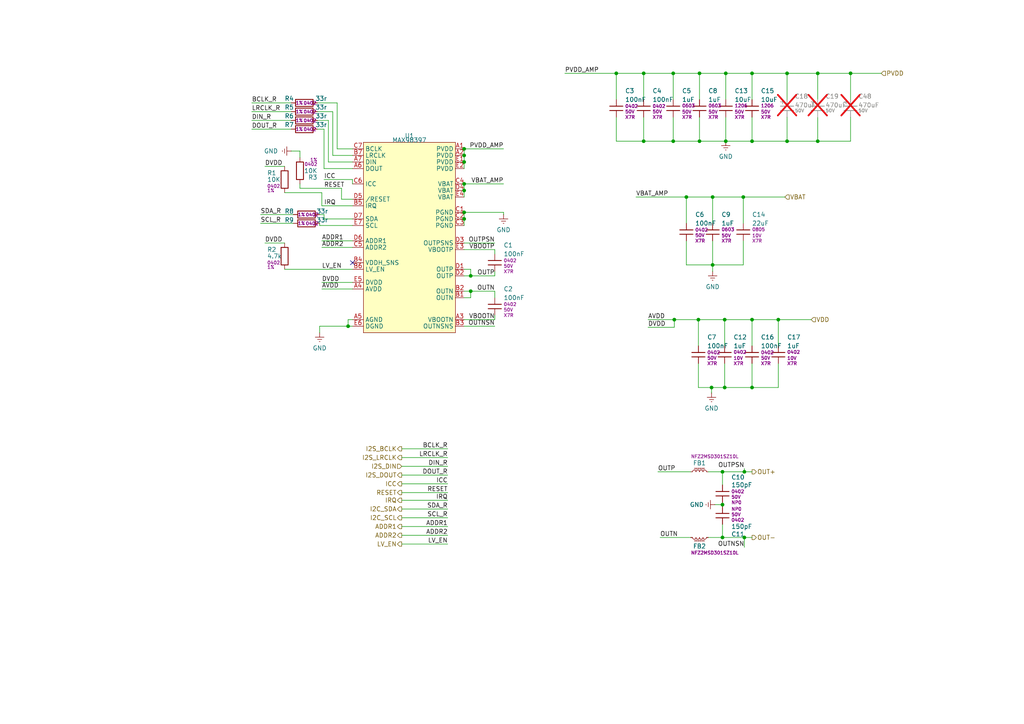
<source format=kicad_sch>
(kicad_sch (version 20231120) (generator "eeschema") (generator_version "8.0")
  (paper "A4")
  (lib_symbols
    (symbol "power:GNDREF" (power) (pin_numbers hide) (pin_names (offset 0) hide)
      (property "Value" "GNDREF" (at 0 -3.81 0))
      (symbol "GNDREF_0_1"
        (polyline (pts (xy -0.635 -1.905) (xy 0.635 -1.905)))
        (polyline (pts (xy -0.127 -2.54) (xy 0.127 -2.54)))
        (polyline (pts (xy 0 -1.27) (xy 0 0)))
        (polyline (pts (xy 1.27 -1.27) (xy -1.27 -1.27)))
      )
      (symbol "GNDREF_1_1"
        (pin power_in line (at 0 0 270) (length 0) (name "~") (number "1"))
      )
    )
    (symbol "speaker_amp_library:C_0402" (pin_numbers hide) (pin_names (offset 0.254))
      (property "Reference" "C" (at 2.54 3.175 0))
      (property "Value" "100nF" (at 2.54 1.27 0))
      (property "Footprint size" "0402" (at 2.54 -1.5875 0))
      (property "Voltage" "16V" (at 2.54 -0.3175 0))
      (property "Type" "NP0" (at 3.81 -2.8575 0))
      (symbol "C_0402_0_1"
        (polyline (pts (xy -1.905 -0.635) (xy 1.905 -0.635)) (stroke (width 0.25)))
      )
      (symbol "C_0402_1_1"
        (polyline (pts (xy -1.905 0.635) (xy 1.905 0.635)) (stroke (width 0.254)))
        (pin passive line (at 0 2.54 270) (length 1.905) (name "~") (number "1"))
        (pin passive line (at 0 -2.54 90) (length 1.905) (name "~") (number "2"))
      )
    )
    (symbol "speaker_amp_library:C_0603" (pin_numbers hide) (pin_names (offset 0.254))
      (property "Reference" "C" (at 2.54 3.175 0))
      (property "Value" "1uF" (at 2.54 1.27 0))
      (property "Footprint size" "0603" (at 2.54 -1.5875 0))
      (property "Voltage" "50V" (at 2.54 -0.3175 0))
      (property "Type" "X7R" (at 3.81 -2.8575 0))
      (symbol "C_0603_0_1"
        (polyline (pts (xy -1.905 -0.635) (xy 1.905 -0.635)) (stroke (width 0.25)))
      )
      (symbol "C_0603_1_1"
        (polyline (pts (xy -1.905 0.635) (xy 1.905 0.635)) (stroke (width 0.254)))
        (pin passive line (at 0 2.54 270) (length 1.905) (name "~") (number "1"))
        (pin passive line (at 0 -2.54 90) (length 1.905) (name "~") (number "2"))
      )
    )
    (symbol "speaker_amp_library:C_1206" (pin_numbers hide) (pin_names (offset 0.254))
      (property "Reference" "C" (at 2.54 3.175 0))
      (property "Value" "10uF" (at 2.54 1.27 0))
      (property "Footprint size" "1206" (at 2.54 -1.5875 0))
      (property "Voltage" "50V" (at 2.54 -0.3175 0))
      (property "Type" "X7R" (at 3.81 -2.8575 0))
      (symbol "C_1206_0_1"
        (polyline (pts (xy -1.905 -0.635) (xy 1.905 -0.635)) (stroke (width 0.25)))
      )
      (symbol "C_1206_1_1"
        (polyline (pts (xy -1.905 0.635) (xy 1.905 0.635)) (stroke (width 0.254)))
        (pin passive line (at 0 2.54 270) (length 1.905) (name "~") (number "1"))
        (pin passive line (at 0 -2.54 90) (length 1.905) (name "~") (number "2"))
      )
    )
    (symbol "speaker_amp_library:C_ELEC_8x10_EMZS350ARA471MHA0G" (pin_numbers hide) (pin_names (offset 0.254))
      (property "Reference" "C" (at 2.54 3.175 0))
      (property "Value" "100uF" (at 2.54 1.27 0))
      (property "Voltage" "50V" (at 2.54 -0.3175 0))
      (symbol "C_ELEC_8x10_EMZS350ARA471MHA0G_0_1"
        (polyline (pts (xy -1.905 -0.635) (xy 1.905 -0.635)) (stroke (width 0.25)))
        (polyline (pts (xy -1.905 1.905) (xy -0.635 1.905)) (stroke (width 0.2)))
        (polyline (pts (xy -1.27 1.27) (xy -1.27 2.54)) (stroke (width 0.2)))
      )
      (symbol "C_ELEC_8x10_EMZS350ARA471MHA0G_1_1"
        (polyline (pts (xy -1.905 0.635) (xy 1.905 0.635)) (stroke (width 0.254)))
        (pin passive line (at 0 2.54 270) (length 1.905) (name "~") (number "1"))
        (pin passive line (at 0 -2.54 90) (length 1.905) (name "~") (number "2"))
      )
    )
    (symbol "speaker_amp_library:FERR_NFZ2MSD301SZ10L" (pin_numbers hide) (pin_names (offset 0.254) hide)
      (property "Reference" "FB?" (at 1.524 0.508 0))
      (property "MPN" "NFZ2MSD301SZ10L" (at 7.366 -0.762 0))
      (symbol "FERR_NFZ2MSD301SZ10L_0_1"
        (arc (start 0 -1.016) (mid 0.5058 -0.508) (end 0 0))
        (polyline (pts (xy 0.8129 -1.3887) (xy 0.8129 -1.1347)))
        (polyline (pts (xy 0.8129 -0.8807) (xy 0.8129 -0.6267)))
        (polyline (pts (xy 0.8129 -0.3727) (xy 0.8129 -0.1187)))
        (polyline (pts (xy 0.8129 0.1353) (xy 0.8129 0.3893)))
        (polyline (pts (xy 0.8129 0.6433) (xy 0.8129 0.8973)))
        (polyline (pts (xy 0.8129 1.1513) (xy 0.8129 1.4053)))
        (polyline (pts (xy 1.0669 -1.1347) (xy 1.0669 -1.3887)))
        (polyline (pts (xy 1.0669 -0.6267) (xy 1.0669 -0.8807)))
        (polyline (pts (xy 1.0669 -0.1187) (xy 1.0669 -0.3727)))
        (polyline (pts (xy 1.0669 0.3893) (xy 1.0669 0.1353)))
        (polyline (pts (xy 1.0669 0.8973) (xy 1.0669 0.6433)))
        (polyline (pts (xy 1.0669 1.4053) (xy 1.0669 1.1513)))
        (arc (start 0 0) (mid 0.5058 0.508) (end 0 1.016))
        (arc (start 0 1.016) (mid 0.5058 1.524) (end 0 2.032))
        (arc (start 0.0022 -2.032) (mid 0.508 -1.524) (end 0.0022 -1.016))
      )
      (symbol "FERR_NFZ2MSD301SZ10L_1_1"
        (pin passive line (at 0 2.54 270) (length 0.508) (name "~") (number "1"))
        (pin passive line (at 0 -2.54 90) (length 0.508) (name "~") (number "2"))
      )
    )
    (symbol "speaker_amp_library:R_0402" (pin_numbers hide) (pin_names (offset 0))
      (property "Reference" "R?" (at 2.54 1.905 0))
      (property "Value" "4.7k" (at 2.54 0 0))
      (property "Footprint size" "0402" (at 2.54 -1.27 0))
      (property "Tolerance" "1%" (at 2.54 -2.54 0))
      (symbol "R_0402_0_1"
        (rectangle (start -1.016 2.54) (end 1.016 -2.54) (stroke (width 0.254)))
      )
      (symbol "R_0402_1_1"
        (pin passive line (at 0 3.81 270) (length 1.27) (name "~") (number "1"))
        (pin passive line (at 0 -3.81 90) (length 1.27) (name "~") (number "2"))
      )
    )
    (symbol "speaker_global_library:MAX98397"
      (property "Reference" "U" (at 0 0 0))
      (symbol "MAX98397_1_1"
        (rectangle (start -17.78 14.605) (end 8.89 -40.64) (fill (type background)))
        (pin power_in line (at 11.43 12.7 180) (length 2.54) (name "PVDD") (number "A1"))
        (pin power_in line (at 11.43 10.795 180) (length 2.54) (name "PVDD") (number "A2"))
        (pin power_in line (at 11.43 -36.83 180) (length 2.54) (name "VBOOTN") (number "A3"))
        (pin power_in line (at -20.955 -27.94 0) (length 3.175) (name "AVDD") (number "A4"))
        (pin input line (at -20.955 -36.83 0) (length 3.175) (name "AGND") (number "A5"))
        (pin output line (at -20.955 6.985 0) (length 3.175) (name "DOUT") (number "A6"))
        (pin input line (at -20.955 8.89 0) (length 3.175) (name "DIN") (number "A7"))
        (pin power_in line (at 11.43 -30.48 180) (length 2.54) (name "OUTN") (number "B1"))
        (pin power_in line (at 11.43 -28.575 180) (length 2.54) (name "OUTN") (number "B2"))
        (pin power_in line (at 11.43 -38.735 180) (length 2.54) (name "OUTNSNS") (number "B3"))
        (pin input line (at -20.955 -20.32 0) (length 3.175) (name "VDDH_SNS") (number "B4"))
        (pin output line (at -20.955 -3.81 0) (length 3.175) (name "IRQ") (number "B5"))
        (pin power_in line (at -20.955 -22.225 0) (length 3.175) (name "LV_EN") (number "B6"))
        (pin bidirectional line (at -20.955 10.795 0) (length 3.175) (name "LRCLK") (number "B7"))
        (pin power_in line (at 11.43 -5.715 180) (length 2.54) (name "PGND") (number "C1"))
        (pin power_in line (at 11.43 -7.62 180) (length 2.54) (name "PGND") (number "C2"))
        (pin power_in line (at 11.43 -9.525 180) (length 2.54) (name "PGND") (number "C3"))
        (pin power_in line (at 11.43 2.54 180) (length 2.54) (name "VBAT") (number "C4"))
        (pin input line (at -20.955 -15.875 0) (length 3.175) (name "ADDR2") (number "C5"))
        (pin bidirectional line (at -20.955 2.54 0) (length 3.175) (name "ICC") (number "C6"))
        (pin bidirectional line (at -20.955 12.7 0) (length 3.175) (name "BCLK") (number "C7"))
        (pin power_in line (at 11.43 -22.225 180) (length 2.54) (name "OUTP") (number "D1"))
        (pin power_in line (at 11.43 -24.13 180) (length 2.54) (name "OUTP") (number "D2"))
        (pin power_in line (at 11.43 -14.605 180) (length 2.54) (name "OUTPSNS") (number "D3"))
        (pin power_in line (at 11.43 0.635 180) (length 2.54) (name "VBAT") (number "D4"))
        (pin input line (at -20.955 -1.905 0) (length 3.175) (name "/RESET") (number "D5"))
        (pin power_in line (at -20.955 -13.97 0) (length 3.175) (name "ADDR1") (number "D6"))
        (pin power_in line (at -20.955 -7.62 0) (length 3.175) (name "SDA") (number "D7"))
        (pin power_in line (at 11.43 8.89 180) (length 2.54) (name "PVDD") (number "E1"))
        (pin power_in line (at 11.43 6.985 180) (length 2.54) (name "PVDD") (number "E2"))
        (pin power_in line (at 11.43 -16.51 180) (length 2.54) (name "VBOOTP") (number "E3"))
        (pin power_in line (at 11.43 -1.27 180) (length 2.54) (name "VBAT") (number "E4"))
        (pin power_in line (at -20.955 -26.035 0) (length 3.175) (name "DVDD") (number "E5"))
        (pin power_in line (at -20.955 -38.735 0) (length 3.175) (name "DGND") (number "E6"))
        (pin input line (at -20.955 -9.525 0) (length 3.175) (name "SCL") (number "E7"))
      )
    )
  )
  (junction (at 206.375 112.395))
  (junction (at 215.9 136.8425))
  (junction (at 237.1725 40.9575))
  (junction (at 206.6925 76.835))
  (junction (at 178.7525 21.2725))
  (junction (at 134.62 43.18))
  (junction (at 195.58 92.71))
  (junction (at 134.62 55.245))
  (junction (at 136.525 80.01))
  (junction (at 228.2825 40.9575))
  (junction (at 206.6925 57.15))
  (junction (at 210.185 92.71))
  (junction (at 218.1225 40.9575))
  (junction (at 136.525 84.455))
  (junction (at 199.0725 57.15))
  (junction (at 215.9 155.8925))
  (junction (at 225.7425 92.71))
  (junction (at 134.62 45.085))
  (junction (at 210.5025 40.9575))
  (junction (at 210.5025 21.2725))
  (junction (at 186.69 40.9575))
  (junction (at 218.1225 92.71))
  (junction (at 218.1225 112.395))
  (junction (at 210.185 112.395))
  (junction (at 134.62 63.5))
  (junction (at 195.2625 40.9575))
  (junction (at 134.62 53.34))
  (junction (at 209.55 136.8425))
  (junction (at 186.69 21.2725))
  (junction (at 246.6975 21.2725))
  (junction (at 237.1725 21.2725))
  (junction (at 209.55 155.8925))
  (junction (at 195.2625 21.2725))
  (junction (at 215.5825 57.15))
  (junction (at 134.62 46.99))
  (junction (at 202.8825 40.9575))
  (junction (at 100.965 94.615))
  (junction (at 228.2825 21.2725))
  (junction (at 209.55 146.3675))
  (junction (at 218.1225 21.2725))
  (junction (at 134.62 61.595))
  (junction (at 202.8825 21.2725))
  (junction (at 202.565 92.71))
  (no_connect (at 102.235 76.2))
  (wire (pts (xy 209.55 136.8425) (xy 215.9 136.8425)))
  (wire (pts (xy 202.8825 21.2725) (xy 202.8825 28.8925)))
  (wire (pts (xy 134.62 63.5) (xy 134.62 65.405)))
  (wire (pts (xy 225.7425 92.71) (xy 235.2675 92.71)))
  (wire (pts (xy 163.83 21.2725) (xy 178.7525 21.2725)))
  (wire (pts (xy 93.98 63.5) (xy 93.98 62.23)))
  (wire (pts (xy 116.5225 150.1775) (xy 129.8575 150.1775)))
  (wire (pts (xy 178.7525 28.8925) (xy 178.7525 21.2725)))
  (wire (pts (xy 93.98 48.895) (xy 93.98 37.465)))
  (wire (pts (xy 218.1225 33.9725) (xy 218.1225 40.9575)))
  (wire (pts (xy 100.965 92.71) (xy 100.965 94.615)))
  (wire (pts (xy 202.8825 21.2725) (xy 210.5025 21.2725)))
  (wire (pts (xy 206.6925 76.835) (xy 215.5825 76.835)))
  (wire (pts (xy 99.06 54.61) (xy 99.06 57.785)))
  (wire (pts (xy 93.345 83.82) (xy 102.235 83.82)))
  (wire (pts (xy 73.025 34.925) (xy 84.455 34.925)))
  (wire (pts (xy 143.51 78.74) (xy 143.51 80.01)))
  (wire (pts (xy 102.235 46.99) (xy 95.25 46.99)))
  (wire (pts (xy 218.1225 21.2725) (xy 218.1225 28.8925)))
  (wire (pts (xy 199.0725 76.835) (xy 206.6925 76.835)))
  (wire (pts (xy 92.71 96.52) (xy 92.71 94.615)))
  (wire (pts (xy 202.8825 40.9575) (xy 195.2625 40.9575)))
  (wire (pts (xy 84.455 43.815) (xy 86.995 43.815)))
  (wire (pts (xy 195.58 94.9325) (xy 195.58 92.71)))
  (wire (pts (xy 207.3275 146.3675) (xy 209.55 146.3675)))
  (wire (pts (xy 215.9 155.8925) (xy 215.9 158.75)))
  (wire (pts (xy 210.5025 21.2725) (xy 218.1225 21.2725)))
  (wire (pts (xy 202.565 112.395) (xy 202.565 105.41)))
  (wire (pts (xy 215.5825 57.15) (xy 227.6475 57.15)))
  (wire (pts (xy 93.98 37.465) (xy 92.075 37.465)))
  (wire (pts (xy 246.6975 21.2725) (xy 255.5875 21.2725)))
  (wire (pts (xy 199.0725 64.77) (xy 199.0725 57.15)))
  (wire (pts (xy 73.025 37.465) (xy 84.455 37.465)))
  (wire (pts (xy 209.55 140.6525) (xy 209.55 136.8425)))
  (wire (pts (xy 143.51 72.39) (xy 143.51 73.66)))
  (wire (pts (xy 191.4525 155.8925) (xy 200.3425 155.8925)))
  (wire (pts (xy 215.9 155.8925) (xy 218.1225 155.8925)))
  (wire (pts (xy 102.235 48.895) (xy 93.98 48.895)))
  (wire (pts (xy 86.995 54.61) (xy 86.995 53.34)))
  (wire (pts (xy 134.62 61.595) (xy 146.05 61.595)))
  (wire (pts (xy 136.525 86.36) (xy 136.525 84.455)))
  (wire (pts (xy 143.51 86.36) (xy 143.51 84.455)))
  (wire (pts (xy 190.8175 136.8425) (xy 200.3425 136.8425)))
  (wire (pts (xy 202.565 112.395) (xy 206.375 112.395)))
  (wire (pts (xy 195.2625 21.2725) (xy 195.2625 28.8925)))
  (wire (pts (xy 209.55 155.8925) (xy 215.9 155.8925)))
  (wire (pts (xy 143.51 84.455) (xy 136.525 84.455)))
  (wire (pts (xy 209.55 145.7325) (xy 209.55 146.3675)))
  (wire (pts (xy 76.835 48.26) (xy 82.55 48.26)))
  (wire (pts (xy 225.7425 92.71) (xy 225.7425 100.33)))
  (wire (pts (xy 143.51 91.44) (xy 143.51 92.71)))
  (wire (pts (xy 116.5225 142.875) (xy 129.8575 142.875)))
  (wire (pts (xy 102.235 52.07) (xy 93.98 52.07)))
  (wire (pts (xy 102.235 92.71) (xy 100.965 92.71)))
  (wire (pts (xy 136.525 80.01) (xy 143.51 80.01)))
  (wire (pts (xy 116.5225 157.7975) (xy 129.8575 157.7975)))
  (wire (pts (xy 134.62 45.085) (xy 134.62 46.99)))
  (wire (pts (xy 202.565 100.33) (xy 202.565 92.71)))
  (wire (pts (xy 116.5225 132.715) (xy 129.8575 132.715)))
  (wire (pts (xy 102.235 43.18) (xy 97.79 43.18)))
  (wire (pts (xy 195.2625 40.9575) (xy 186.69 40.9575)))
  (wire (pts (xy 184.4675 57.15) (xy 199.0725 57.15)))
  (wire (pts (xy 146.05 62.23) (xy 146.05 61.595)))
  (wire (pts (xy 199.0725 57.15) (xy 206.6925 57.15)))
  (wire (pts (xy 100.965 94.615) (xy 102.235 94.615)))
  (wire (pts (xy 228.2825 40.9575) (xy 237.1725 40.9575)))
  (wire (pts (xy 215.9 136.8425) (xy 218.1225 136.8425)))
  (wire (pts (xy 218.1225 112.395) (xy 210.185 112.395)))
  (wire (pts (xy 202.565 92.71) (xy 210.185 92.71)))
  (wire (pts (xy 134.62 43.18) (xy 134.62 45.085)))
  (wire (pts (xy 206.6925 57.15) (xy 206.6925 64.77)))
  (wire (pts (xy 134.62 94.615) (xy 143.51 94.615)))
  (wire (pts (xy 210.185 92.71) (xy 218.1225 92.71)))
  (wire (pts (xy 186.69 40.9575) (xy 178.7525 40.9575)))
  (wire (pts (xy 116.5225 145.0975) (xy 129.8575 145.0975)))
  (wire (pts (xy 95.25 46.99) (xy 95.25 34.925)))
  (wire (pts (xy 218.1225 40.9575) (xy 228.2825 40.9575)))
  (wire (pts (xy 228.2825 33.9725) (xy 228.2825 40.9575)))
  (wire (pts (xy 102.235 63.5) (xy 93.98 63.5)))
  (wire (pts (xy 86.995 43.815) (xy 86.995 45.72)))
  (wire (pts (xy 199.0725 76.835) (xy 199.0725 69.85)))
  (wire (pts (xy 136.525 78.105) (xy 136.525 80.01)))
  (wire (pts (xy 187.96 92.71) (xy 195.58 92.71)))
  (wire (pts (xy 195.2625 21.2725) (xy 202.8825 21.2725)))
  (wire (pts (xy 134.62 53.34) (xy 134.62 55.245)))
  (wire (pts (xy 215.5825 57.15) (xy 215.5825 64.77)))
  (wire (pts (xy 116.5225 155.2575) (xy 129.8575 155.2575)))
  (wire (pts (xy 186.69 33.9725) (xy 186.69 40.9575)))
  (wire (pts (xy 225.7425 112.395) (xy 218.1225 112.395)))
  (wire (pts (xy 93.345 59.69) (xy 93.345 55.88)))
  (wire (pts (xy 73.025 32.385) (xy 84.455 32.385)))
  (wire (pts (xy 99.06 57.785) (xy 102.235 57.785)))
  (wire (pts (xy 210.5025 40.9575) (xy 218.1225 40.9575)))
  (wire (pts (xy 134.62 55.245) (xy 134.62 57.15)))
  (wire (pts (xy 218.1225 21.2725) (xy 228.2825 21.2725)))
  (wire (pts (xy 143.51 92.71) (xy 134.62 92.71)))
  (wire (pts (xy 186.69 21.2725) (xy 195.2625 21.2725)))
  (wire (pts (xy 93.98 62.23) (xy 92.71 62.23)))
  (wire (pts (xy 210.5025 33.9725) (xy 210.5025 40.9575)))
  (wire (pts (xy 86.995 54.61) (xy 99.06 54.61)))
  (wire (pts (xy 206.6925 69.85) (xy 206.6925 76.835)))
  (wire (pts (xy 237.1725 21.2725) (xy 237.1725 28.8925)))
  (wire (pts (xy 92.71 94.615) (xy 100.965 94.615)))
  (wire (pts (xy 136.525 84.455) (xy 134.62 84.455)))
  (wire (pts (xy 186.69 21.2725) (xy 186.69 28.8925)))
  (wire (pts (xy 116.5225 147.6375) (xy 129.8575 147.6375)))
  (wire (pts (xy 210.185 92.71) (xy 210.185 100.33)))
  (wire (pts (xy 209.55 155.8925) (xy 205.4225 155.8925)))
  (wire (pts (xy 75.565 62.23) (xy 85.09 62.23)))
  (wire (pts (xy 228.2825 21.2725) (xy 228.2825 28.8925)))
  (wire (pts (xy 218.1225 92.71) (xy 218.1225 100.33)))
  (wire (pts (xy 116.5225 152.7175) (xy 129.8575 152.7175)))
  (wire (pts (xy 209.55 146.3675) (xy 209.55 147.0025)))
  (wire (pts (xy 178.7525 40.9575) (xy 178.7525 33.9725)))
  (wire (pts (xy 93.345 81.915) (xy 102.235 81.915)))
  (wire (pts (xy 215.5825 69.85) (xy 215.5825 76.835)))
  (wire (pts (xy 237.1725 33.9725) (xy 237.1725 40.9575)))
  (wire (pts (xy 178.7525 21.2725) (xy 186.69 21.2725)))
  (wire (pts (xy 187.96 94.9325) (xy 195.58 94.9325)))
  (wire (pts (xy 116.5225 135.255) (xy 129.8575 135.255)))
  (wire (pts (xy 82.55 78.105) (xy 102.235 78.105)))
  (wire (pts (xy 93.345 69.85) (xy 102.235 69.85)))
  (wire (pts (xy 134.62 43.18) (xy 146.05 43.18)))
  (wire (pts (xy 134.62 53.34) (xy 146.05 53.34)))
  (wire (pts (xy 97.79 29.845) (xy 92.075 29.845)))
  (wire (pts (xy 134.62 61.595) (xy 134.62 63.5)))
  (wire (pts (xy 246.6975 28.8925) (xy 246.6975 21.2725)))
  (wire (pts (xy 134.62 78.105) (xy 136.525 78.105)))
  (wire (pts (xy 210.5025 40.9575) (xy 202.8825 40.9575)))
  (wire (pts (xy 134.62 72.39) (xy 143.51 72.39)))
  (wire (pts (xy 73.025 29.845) (xy 84.455 29.845)))
  (wire (pts (xy 116.5225 137.795) (xy 129.8575 137.795)))
  (wire (pts (xy 97.79 43.18) (xy 97.79 29.845)))
  (wire (pts (xy 206.375 112.395) (xy 206.375 113.9825)))
  (wire (pts (xy 92.71 65.405) (xy 102.235 65.405)))
  (wire (pts (xy 210.185 105.41) (xy 210.185 112.395)))
  (wire (pts (xy 93.345 71.755) (xy 102.235 71.755)))
  (wire (pts (xy 218.1225 105.41) (xy 218.1225 112.395)))
  (wire (pts (xy 102.235 59.69) (xy 93.345 59.69)))
  (wire (pts (xy 246.6975 33.9725) (xy 246.6975 40.9575)))
  (wire (pts (xy 116.5225 130.175) (xy 129.8575 130.175)))
  (wire (pts (xy 209.55 136.8425) (xy 205.4225 136.8425)))
  (wire (pts (xy 225.7425 105.41) (xy 225.7425 112.395)))
  (wire (pts (xy 218.1225 92.71) (xy 225.7425 92.71)))
  (wire (pts (xy 102.235 45.085) (xy 96.52 45.085)))
  (wire (pts (xy 210.5025 21.2725) (xy 210.5025 28.8925)))
  (wire (pts (xy 102.235 53.34) (xy 102.235 52.07)))
  (wire (pts (xy 75.565 64.77) (xy 85.09 64.77)))
  (wire (pts (xy 206.6925 76.835) (xy 206.6925 78.74)))
  (wire (pts (xy 228.2825 21.2725) (xy 237.1725 21.2725)))
  (wire (pts (xy 195.58 92.71) (xy 202.565 92.71)))
  (wire (pts (xy 195.2625 33.9725) (xy 195.2625 40.9575)))
  (wire (pts (xy 96.52 45.085) (xy 96.52 32.385)))
  (wire (pts (xy 93.345 55.88) (xy 82.55 55.88)))
  (wire (pts (xy 134.62 86.36) (xy 136.525 86.36)))
  (wire (pts (xy 95.25 34.925) (xy 92.075 34.925)))
  (wire (pts (xy 134.62 70.485) (xy 143.51 70.485)))
  (wire (pts (xy 246.6975 40.9575) (xy 237.1725 40.9575)))
  (wire (pts (xy 215.9 135.89) (xy 215.9 136.8425)))
  (wire (pts (xy 76.835 70.485) (xy 82.55 70.485)))
  (wire (pts (xy 206.375 112.395) (xy 210.185 112.395)))
  (wire (pts (xy 202.8825 33.9725) (xy 202.8825 40.9575)))
  (wire (pts (xy 134.62 80.01) (xy 136.525 80.01)))
  (wire (pts (xy 92.71 64.77) (xy 92.71 65.405)))
  (wire (pts (xy 237.1725 21.2725) (xy 246.6975 21.2725)))
  (wire (pts (xy 134.62 46.99) (xy 134.62 48.895)))
  (wire (pts (xy 116.5225 140.335) (xy 129.8575 140.335)))
  (wire (pts (xy 96.52 32.385) (xy 92.075 32.385)))
  (wire (pts (xy 206.6925 57.15) (xy 215.5825 57.15)))
  (wire (pts (xy 209.55 152.0825) (xy 209.55 155.8925)))
  (label "OUTP" (at 190.8175 136.8425 0))
  (label "ICC" (at 129.8575 140.335 180))
  (label "ICC" (at 93.98 52.07 0))
  (label "BCLK_R" (at 73.025 29.845 0))
  (label "ADDR1" (at 93.345 69.85 0))
  (label "VBOOTP" (at 143.51 72.4293 180))
  (label "VBOOTN" (at 143.51 92.71 180))
  (label "SCL_R" (at 129.8575 150.1775 180))
  (label "AVDD" (at 187.96 92.71 0))
  (label "LV_EN" (at 93.345 78.105 0))
  (label "OUTP" (at 143.51 80.01 180))
  (label "OUTPSN" (at 215.9 135.89 180))
  (label "DVDD" (at 93.345 81.915 0))
  (label "LV_EN" (at 129.8575 157.7975 180))
  (label "PVDD_AMP" (at 146.05 43.18 180))
  (label "ADDR1" (at 129.8575 152.7175 180))
  (label "SDA_R" (at 75.565 62.23 0))
  (label "DVDD" (at 76.835 48.26 0))
  (label "OUTPSN" (at 143.51 70.485 180))
  (label "DIN_R" (at 129.8575 135.255 180))
  (label "SDA_R" (at 129.8575 147.6375 180))
  (label "RESET" (at 93.98 54.61 0))
  (label "OUTNSN" (at 215.9 158.75 180))
  (label "ADDR2" (at 129.8575 155.2575 180))
  (label "DOUT_R" (at 129.8575 137.795 180))
  (label "LRCLK_R" (at 73.025 32.385 0))
  (label "IRQ" (at 129.8575 145.0975 180))
  (label "OUTN" (at 191.4525 155.8925 0))
  (label "RESET" (at 129.8575 142.875 180))
  (label "ADDR2" (at 93.345 71.755 0))
  (label "DIN_R" (at 73.025 34.925 0))
  (label "IRQ" (at 93.98 59.69 0))
  (label "PVDD_AMP" (at 163.83 21.2725 0))
  (label "VBAT_AMP" (at 146.05 53.34 180))
  (label "DVDD" (at 76.835 70.485 0))
  (label "AVDD" (at 93.345 83.82 0))
  (label "DVDD" (at 187.96 94.9325 0))
  (label "OUTNSN" (at 143.51 94.615 180))
  (label "DOUT_R" (at 73.025 37.465 0))
  (label "OUTN" (at 143.51 84.455 180))
  (label "BCLK_R" (at 129.8575 130.175 180))
  (label "LRCLK_R" (at 129.8575 132.715 180))
  (label "SCL_R" (at 75.565 64.77 0))
  (label "VBAT_AMP" (at 184.4675 57.15 0))
  (hierarchical_label "ICC" (shape output) (at 116.5225 140.335 180))
  (hierarchical_label "LV_EN" (shape output) (at 116.5225 157.7975 180))
  (hierarchical_label "IRQ" (shape output) (at 116.5225 145.0975 180))
  (hierarchical_label "OUT+" (shape output) (at 218.1225 136.8425 0))
  (hierarchical_label "ADDR2" (shape output) (at 116.5225 155.2575 180))
  (hierarchical_label "I2C_SDA" (shape output) (at 116.5225 147.6375 180))
  (hierarchical_label "I2S_BCLK" (shape output) (at 116.5225 130.175 180))
  (hierarchical_label "I2C_SCL" (shape output) (at 116.5225 150.1775 180))
  (hierarchical_label "VBAT" (shape input) (at 227.6475 57.15 0))
  (hierarchical_label "ADDR1" (shape output) (at 116.5225 152.7175 180))
  (hierarchical_label "I2S_DOUT" (shape output) (at 116.5225 137.795 180))
  (hierarchical_label "I2S_DIN" (shape input) (at 116.5225 135.255 180))
  (hierarchical_label "VDD" (shape input) (at 235.2675 92.71 0))
  (hierarchical_label "RESET" (shape output) (at 116.5225 142.875 180))
  (hierarchical_label "PVDD" (shape input) (at 255.5875 21.2725 0))
  (hierarchical_label "I2S_LRCLK" (shape output) (at 116.5225 132.715 180))
  (hierarchical_label "OUT-" (shape output) (at 218.1225 155.8925 0))
  (symbol (lib_id "power:GNDREF") (at 92.71 96.52 0) (unit 1)
    (property "Reference" "#PWR02" (effects (hide yes)))
    (property "Value" "GND" (at 92.71 100.965 0))
    (property "Description" "Power symbol creates a global label with name \"GNDREF\" , reference supply ground" (effects (hide yes)))
    (instances (project "speaker_amp" (path "" (reference "#PWR02") (unit 1)) (path "" (reference "#PWR015") (unit 1))))
  )
  (symbol (lib_id "power:GNDREF") (at 84.455 43.815 270) (unit 1)
    (property "Reference" "#PWR01" (effects (hide yes)))
    (property "Value" "GND" (at 80.645 43.815 90) (effects (justify right)))
    (property "Description" "Power symbol creates a global label with name \"GNDREF\" , reference supply ground" (effects (hide yes)))
    (instances (project "speaker_amp" (path "" (reference "#PWR01") (unit 1)) (path "" (reference "#PWR014") (unit 1))))
  )
  (symbol (lib_id "speaker_amp_library:C_ELEC_8x10_EMZS350ARA471MHA0G") (at 237.1725 31.4325 0) (unit 1) (dnp yes)
    (property "Reference" "C19" (at 239.395 27.94 0) (effects (justify left)))
    (property "Value" "470uF" (at 239.395 30.4925 0) (effects (justify left)))
    (property "Footprint" "speaker_amp_library:C_ELEC_8x10" (effects (hide yes)))
    (property "Footprint size" "-" (effects (hide yes)))
    (property "Voltage" "50V" (at 239.395 32.0675 0) (effects (font (size 0.9525 0.9525)) (justify left)))
    (property "Type" "ELEC" (effects (hide yes)))
    (property "Tolerance" "10%" (effects (hide yes)))
    (property "Manufacturer" "Chemi-Con" (effects (hide yes)))
    (property "MPN" "EMZS350ARA471MHA0G" (effects (hide yes)))
    (instances (project "speaker_amp" (path "" (reference "C19") (unit 1)) (path "" (reference "C47") (unit 1))))
  )
  (symbol (lib_id "speaker_amp_library:C_0402") (at 209.55 143.1925 0) (unit 1)
    (property "Reference" "C10" (at 212.09 138.43 0) (effects (justify left)))
    (property "Value" "150pF" (at 212.09 140.6525 0) (effects (justify left)))
    (property "Footprint" "speaker_global_library:C_0402_1005Metric" (effects (hide yes)))
    (property "Description" "CAP" (effects (hide yes)))
    (property "Footprint size" "0402" (at 212.09 142.5564 0) (effects (font (size 0.9525 0.9525)) (justify left)))
    (property "Voltage" "50V" (at 212.09 144.1439 0) (effects (font (size 0.9525 0.9525)) (justify left)))
    (property "Type" "NP0" (at 212.09 145.7314 0) (effects (font (size 0.9525 0.9525)) (justify left)))
    (property "Tolerance" "10%" (effects (hide yes)))
    (property "Manufacturer" "TAIYO YUDEN" (effects (hide yes)))
    (property "MPN" "UMK105CG151JVHF" (effects (hide yes)))
    (instances (project "speaker_amp" (path "" (reference "C10") (unit 1)) (path "" (reference "C38") (unit 1))))
  )
  (symbol (lib_id "speaker_amp_library:C_0603") (at 210.185 102.87 0) (unit 1)
    (property "Reference" "C12" (at 212.725 97.79 0) (effects (justify left)))
    (property "Value" "1uF" (at 212.725 100.33 0) (effects (justify left)))
    (property "Footprint" "speaker_global_library:C_0402_1005Metric" (effects (hide yes)))
    (property "Description" "CAP" (effects (hide yes)))
    (property "Footprint size" "0402" (at 212.725 102.108 0) (effects (font (size 0.9525 0.9525)) (justify left)))
    (property "Voltage" "10V" (at 212.725 103.886 0) (effects (font (size 0.9525 0.9525)) (justify left)))
    (property "Type" "X7R" (at 212.725 105.41 0) (effects (font (size 0.9525 0.9525)) (justify left)))
    (property "Tolerance" "10%" (effects (hide yes)))
    (property "MPN" "GRM155Z71A105KE01J" (effects (hide yes)))
    (property "Manufacturer" "Murata" (effects (hide yes)))
    (instances (project "speaker_amp" (path "" (reference "C12") (unit 1)) (path "" (reference "C40") (unit 1))))
  )
  (symbol (lib_id "speaker_amp_library:FERR_NFZ2MSD301SZ10L") (at 202.8825 155.8925 90) (mirror x) (unit 1)
    (property "Reference" "FB2" (at 202.8825 158.4325 90))
    (property "Value" "FERR_NFZ2MSD301SZ10L" (effects (hide yes)))
    (property "Footprint" "speaker_global_library:NFZ2MSD301SZ10L" (effects (hide yes)))
    (property "Description" "FERR" (effects (hide yes)))
    (property "Footprint size" "0806" (effects (hide yes)))
    (property "MPN" "NFZ2MSD301SZ10L" (at 207.3275 160.3375 90) (effects (font (size 0.9525 0.9525))))
    (property "Manufacturer" "Murata" (effects (hide yes)))
    (instances (project "speaker_amp" (path "" (reference "FB2") (unit 1)) (path "" (reference "FB4") (unit 1))))
  )
  (symbol (lib_id "power:GNDREF") (at 206.6925 78.74 0) (unit 1)
    (property "Reference" "#PWR05" (effects (hide yes)))
    (property "Value" "GND" (at 206.6925 83.185 0))
    (property "Description" "Power symbol creates a global label with name \"GNDREF\" , reference supply ground" (effects (hide yes)))
    (instances (project "speaker_amp" (path "" (reference "#PWR05") (unit 1)) (path "" (reference "#PWR018") (unit 1))))
  )
  (symbol (lib_id "speaker_amp_library:C_0402") (at 178.7525 31.4325 0) (unit 1)
    (property "Reference" "C3" (at 181.2925 26.3525 0) (effects (justify left)))
    (property "Value" "100nF" (at 181.2925 28.8925 0) (effects (justify left)))
    (property "Footprint" "speaker_global_library:C_0402_1005Metric" (effects (hide yes)))
    (property "Description" "CAP" (effects (hide yes)))
    (property "Footprint size" "0402" (at 181.2925 30.7975 0) (effects (font (size 0.9525 0.9525)) (justify left)))
    (property "Voltage" "50V" (at 181.2925 32.3851 0) (effects (font (size 0.9525 0.9525)) (justify left)))
    (property "Type" "X7R" (at 181.2925 33.9726 0) (effects (font (size 0.9525 0.9525)) (justify left)))
    (property "Tolerance" "10%" (effects (hide yes)))
    (property "Manufacturer" "Murata" (effects (hide yes)))
    (property "MPN" "GRM155R71H104KE14D" (effects (hide yes)))
    (instances (project "speaker_amp" (path "" (reference "C3") (unit 1)) (path "" (reference "C31") (unit 1))))
  )
  (symbol (lib_id "speaker_amp_library:C_0603") (at 225.7425 102.87 0) (unit 1)
    (property "Reference" "C17" (at 228.2825 97.79 0) (effects (justify left)))
    (property "Value" "1uF" (at 228.2825 100.33 0) (effects (justify left)))
    (property "Footprint" "speaker_global_library:C_0402_1005Metric" (effects (hide yes)))
    (property "Description" "CAP" (effects (hide yes)))
    (property "Footprint size" "0402" (at 228.2825 102.108 0) (effects (font (size 0.9525 0.9525)) (justify left)))
    (property "Voltage" "10V" (at 228.2825 103.886 0) (effects (font (size 0.9525 0.9525)) (justify left)))
    (property "Type" "X7R" (at 228.2825 105.41 0) (effects (font (size 0.9525 0.9525)) (justify left)))
    (property "Tolerance" "10%" (effects (hide yes)))
    (property "MPN" "GRM155Z71A105KE01J" (effects (hide yes)))
    (property "Manufacturer" "Murata" (effects (hide yes)))
    (instances (project "speaker_amp" (path "" (reference "C17") (unit 1)) (path "" (reference "C45") (unit 1))))
  )
  (symbol (lib_id "power:GNDREF") (at 210.5025 40.9575 0) (unit 1)
    (property "Reference" "#PWR07" (effects (hide yes)))
    (property "Value" "GND" (at 210.5025 45.4025 0))
    (property "Description" "Power symbol creates a global label with name \"GNDREF\" , reference supply ground" (effects (hide yes)))
    (instances (project "speaker_amp" (path "" (reference "#PWR07") (unit 1)) (path "" (reference "#PWR020") (unit 1))))
  )
  (symbol (lib_id "speaker_amp_library:C_0603") (at 206.6925 67.31 0) (unit 1)
    (property "Reference" "C9" (at 209.2325 62.23 0) (effects (justify left)))
    (property "Value" "1uF" (at 209.2325 64.77 0) (effects (justify left)))
    (property "Footprint" "speaker_global_library:C_0603_1608Metric" (effects (hide yes)))
    (property "Description" "CAP" (effects (hide yes)))
    (property "Footprint size" "0603" (at 209.2325 66.548 0) (effects (font (size 0.9525 0.9525)) (justify left)))
    (property "Voltage" "50V" (at 209.2325 68.326 0) (effects (font (size 0.9525 0.9525)) (justify left)))
    (property "Type" "X7R" (at 209.2325 69.85 0) (effects (font (size 0.9525 0.9525)) (justify left)))
    (property "Tolerance" "10%" (effects (hide yes)))
    (property "MPN" "CL10B105KB8NQNC" (effects (hide yes)))
    (property "Manufacturer" "Samsung Electro-Mechanics" (effects (hide yes)))
    (instances (project "speaker_amp" (path "" (reference "C9") (unit 1)) (path "" (reference "C37") (unit 1))))
  )
  (symbol (lib_id "speaker_amp_library:C_0402") (at 186.69 31.4325 0) (unit 1)
    (property "Reference" "C4" (at 189.23 26.3525 0) (effects (justify left)))
    (property "Value" "100nF" (at 189.23 28.8925 0) (effects (justify left)))
    (property "Footprint" "speaker_global_library:C_0402_1005Metric" (effects (hide yes)))
    (property "Description" "CAP" (effects (hide yes)))
    (property "Footprint size" "0402" (at 189.23 30.7975 0) (effects (font (size 0.9525 0.9525)) (justify left)))
    (property "Voltage" "50V" (at 189.23 32.3851 0) (effects (font (size 0.9525 0.9525)) (justify left)))
    (property "Type" "X7R" (at 189.23 33.9726 0) (effects (font (size 0.9525 0.9525)) (justify left)))
    (property "Tolerance" "10%" (effects (hide yes)))
    (property "Manufacturer" "Murata" (effects (hide yes)))
    (property "MPN" "GRM155R71H104KE14D" (effects (hide yes)))
    (instances (project "speaker_amp" (path "" (reference "C4") (unit 1)) (path "" (reference "C32") (unit 1))))
  )
  (symbol (lib_id "speaker_amp_library:C_0402") (at 199.0725 67.31 0) (unit 1)
    (property "Reference" "C6" (at 201.6125 62.23 0) (effects (justify left)))
    (property "Value" "100nF" (at 201.6125 64.77 0) (effects (justify left)))
    (property "Footprint" "speaker_global_library:C_0402_1005Metric" (effects (hide yes)))
    (property "Description" "CAP" (effects (hide yes)))
    (property "Footprint size" "0402" (at 201.6125 66.675 0) (effects (font (size 0.9525 0.9525)) (justify left)))
    (property "Voltage" "50V" (at 201.6125 68.2626 0) (effects (font (size 0.9525 0.9525)) (justify left)))
    (property "Type" "X7R" (at 201.6125 69.8501 0) (effects (font (size 0.9525 0.9525)) (justify left)))
    (property "Tolerance" "10%" (effects (hide yes)))
    (property "Manufacturer" "Murata" (effects (hide yes)))
    (property "MPN" "GRM155R71H104KE14D" (effects (hide yes)))
    (instances (project "speaker_amp" (path "" (reference "C6") (unit 1)) (path "" (reference "C34") (unit 1))))
  )
  (symbol (lib_id "speaker_amp_library:C_ELEC_8x10_EMZS350ARA471MHA0G") (at 228.2825 31.4325 0) (unit 1) (dnp yes)
    (property "Reference" "C18" (at 230.505 27.94 0) (effects (justify left)))
    (property "Value" "470uF" (at 230.505 30.4925 0) (effects (justify left)))
    (property "Footprint" "speaker_amp_library:C_ELEC_8x10" (effects (hide yes)))
    (property "Footprint size" "-" (effects (hide yes)))
    (property "Voltage" "50V" (at 230.505 32.0675 0) (effects (font (size 0.9525 0.9525)) (justify left)))
    (property "Type" "ELEC" (effects (hide yes)))
    (property "Tolerance" "10%" (effects (hide yes)))
    (property "Manufacturer" "Chemi-Con" (effects (hide yes)))
    (property "MPN" "EMZS350ARA471MHA0G" (effects (hide yes)))
    (instances (project "speaker_amp" (path "" (reference "C18") (unit 1)) (path "" (reference "C46") (unit 1))))
  )
  (symbol (lib_id "speaker_amp_library:C_1206") (at 218.1225 31.4325 0) (unit 1)
    (property "Reference" "C15" (at 220.6625 26.3515 0) (effects (justify left)))
    (property "Value" "10uF" (at 220.6625 28.8915 0) (effects (justify left)))
    (property "Footprint" "speaker_global_library:C_1206_3216Metric" (effects (hide yes)))
    (property "Description" "CAP" (effects (hide yes)))
    (property "Footprint size" "1206" (at 220.6625 30.6705 0) (effects (font (size 0.9525 0.9525)) (justify left)))
    (property "Voltage" "50V" (at 220.6625 32.4485 0) (effects (font (size 0.9525 0.9525)) (justify left)))
    (property "Type" "X7R" (at 220.6625 33.9736 0) (effects (font (size 0.9525 0.9525)) (justify left)))
    (property "Tolerance" "10%" (effects (hide yes)))
    (property "Manufacturer" "Samsung Electro-Mechanics" (effects (hide yes)))
    (property "MPN" "CL31B106KBHNNNE" (effects (hide yes)))
    (instances (project "speaker_amp" (path "" (reference "C15") (unit 1)) (path "" (reference "C43") (unit 1))))
  )
  (symbol (lib_id "speaker_global_library:MAX98397") (at 123.19 55.88 0) (unit 1)
    (property "Reference" "U1" (at 118.745 39.37 0))
    (property "Value" "MAX98397" (at 118.745 40.64 0))
    (property "Footprint" "speaker_global_library:WLP35" (effects (hide yes)))
    (property "MPN" "MAX98397EWB+T" (effects (hide yes)))
    (property "Manufacturer" "Analog Devices" (effects (hide yes)))
    (instances (project "speaker_amp" (path "" (reference "U1") (unit 1)) (path "" (reference "U2") (unit 1))))
  )
  (symbol (lib_id "speaker_amp_library:R_0402") (at 88.9 62.23 90) (mirror x) (unit 1)
    (property "Reference" "R8" (at 82.55 61.2775 90) (effects (justify right)))
    (property "Value" "33r" (at 91.7575 61.2775 90) (effects (justify right)))
    (property "Footprint" "speaker_global_library:R_0402_1005Metric" (effects (hide yes)))
    (property "Description" "RES" (effects (hide yes)))
    (property "Footprint size" "0402" (at 88.6349 62.2731 90) (effects (font (size 0.9525 0.9525)) (justify right)))
    (property "Manufacturer" "YAGEO" (effects (hide yes)))
    (property "MPN" "RC0402FR-1333RL" (effects (hide yes)))
    (property "Tolerance" "1%" (at 86.36 62.23 90) (effects (font (size 0.9525 0.9525)) (justify right)))
    (instances (project "speaker_amp" (path "" (reference "R8") (unit 1)) (path "" (reference "R23") (unit 1))))
  )
  (symbol (lib_id "speaker_amp_library:C_0402") (at 143.51 88.9 0) (unit 1)
    (property "Reference" "C2" (at 146.05 83.82 0) (effects (justify left)))
    (property "Value" "100nF" (at 146.05 86.36 0) (effects (justify left)))
    (property "Footprint" "speaker_global_library:C_0402_1005Metric" (effects (hide yes)))
    (property "Description" "CAP" (effects (hide yes)))
    (property "Footprint size" "0402" (at 146.05 88.265 0) (effects (font (size 0.9525 0.9525)) (justify left)))
    (property "Voltage" "50V" (at 146.05 89.8526 0) (effects (font (size 0.9525 0.9525)) (justify left)))
    (property "Type" "X7R" (at 146.05 91.4401 0) (effects (font (size 0.9525 0.9525)) (justify left)))
    (property "Tolerance" "10%" (effects (hide yes)))
    (property "Manufacturer" "Murata" (effects (hide yes)))
    (property "MPN" "GRM155R71H104KE14D" (effects (hide yes)))
    (instances (project "speaker_amp" (path "" (reference "C2") (unit 1)) (path "" (reference "C30") (unit 1))))
  )
  (symbol (lib_id "speaker_amp_library:C_1206") (at 210.5025 31.4325 0) (unit 1)
    (property "Reference" "C13" (at 213.0425 26.3515 0) (effects (justify left)))
    (property "Value" "10uF" (at 213.0425 28.8915 0) (effects (justify left)))
    (property "Footprint" "speaker_global_library:C_1206_3216Metric" (effects (hide yes)))
    (property "Description" "CAP" (effects (hide yes)))
    (property "Footprint size" "1206" (at 213.0425 30.6705 0) (effects (font (size 0.9525 0.9525)) (justify left)))
    (property "Voltage" "50V" (at 213.0425 32.4485 0) (effects (font (size 0.9525 0.9525)) (justify left)))
    (property "Type" "X7R" (at 213.0425 33.9736 0) (effects (font (size 0.9525 0.9525)) (justify left)))
    (property "Tolerance" "10%" (effects (hide yes)))
    (property "Manufacturer" "Samsung Electro-Mechanics" (effects (hide yes)))
    (property "MPN" "CL31B106KBHNNNE" (effects (hide yes)))
    (instances (project "speaker_amp" (path "" (reference "C13") (unit 1)) (path "" (reference "C41") (unit 1))))
  )
  (symbol (lib_id "speaker_amp_library:C_0603") (at 195.2625 31.4325 0) (unit 1)
    (property "Reference" "C5" (at 197.8025 26.3525 0) (effects (justify left)))
    (property "Value" "1uF" (at 197.8025 28.8925 0) (effects (justify left)))
    (property "Footprint" "speaker_global_library:C_0603_1608Metric" (effects (hide yes)))
    (property "Description" "CAP" (effects (hide yes)))
    (property "Footprint size" "0603" (at 197.8025 30.6705 0) (effects (font (size 0.9525 0.9525)) (justify left)))
    (property "Voltage" "50V" (at 197.8025 32.4485 0) (effects (font (size 0.9525 0.9525)) (justify left)))
    (property "Type" "X7R" (at 197.8025 33.9725 0) (effects (font (size 0.9525 0.9525)) (justify left)))
    (property "Tolerance" "10%" (effects (hide yes)))
    (property "MPN" "CL10B105KB8NQNC" (effects (hide yes)))
    (property "Manufacturer" "Samsung Electro-Mechanics" (effects (hide yes)))
    (instances (project "speaker_amp" (path "" (reference "C5") (unit 1)) (path "" (reference "C33") (unit 1))))
  )
  (symbol (lib_id "speaker_amp_library:C_0402") (at 218.1225 102.87 0) (unit 1)
    (property "Reference" "C16" (at 220.6625 97.79 0) (effects (justify left)))
    (property "Value" "100nF" (at 220.6625 100.33 0) (effects (justify left)))
    (property "Footprint" "speaker_global_library:C_0402_1005Metric" (effects (hide yes)))
    (property "Description" "CAP" (effects (hide yes)))
    (property "Footprint size" "0402" (at 220.6625 102.235 0) (effects (font (size 0.9525 0.9525)) (justify left)))
    (property "Voltage" "50V" (at 220.6625 103.8226 0) (effects (font (size 0.9525 0.9525)) (justify left)))
    (property "Type" "X7R" (at 220.6625 105.4101 0) (effects (font (size 0.9525 0.9525)) (justify left)))
    (property "Tolerance" "10%" (effects (hide yes)))
    (property "Manufacturer" "Murata" (effects (hide yes)))
    (property "MPN" "GRM155R71H104KE14D" (effects (hide yes)))
    (instances (project "speaker_amp" (path "" (reference "C16") (unit 1)) (path "" (reference "C44") (unit 1))))
  )
  (symbol (lib_id "speaker_amp_library:C_0603") (at 215.5825 67.31 0) (unit 1)
    (property "Reference" "C14" (at 218.1225 62.23 0) (effects (justify left)))
    (property "Value" "22uF" (at 218.1225 64.77 0) (effects (justify left)))
    (property "Footprint" "speaker_global_library:C_0805_2012Metric" (effects (hide yes)))
    (property "Description" "CAP" (effects (hide yes)))
    (property "Footprint size" "0805" (at 218.1225 66.548 0) (effects (font (size 0.9525 0.9525)) (justify left)))
    (property "Voltage" "10V" (at 218.1225 68.326 0) (effects (font (size 0.9525 0.9525)) (justify left)))
    (property "Type" "X7R" (at 218.1225 69.85 0) (effects (font (size 0.9525 0.9525)) (justify left)))
    (property "Tolerance" "20%" (effects (hide yes)))
    (property "Manufacturer" "Murata" (effects (hide yes)))
    (property "MPN" "GRM21BZ71A226ME15K" (effects (hide yes)))
    (instances (project "speaker_amp" (path "" (reference "C14") (unit 1)) (path "" (reference "C42") (unit 1))))
  )
  (symbol (lib_id "speaker_amp_library:C_0402") (at 202.565 102.87 0) (unit 1)
    (property "Reference" "C7" (at 205.105 97.79 0) (effects (justify left)))
    (property "Value" "100nF" (at 205.105 100.33 0) (effects (justify left)))
    (property "Footprint" "speaker_global_library:C_0402_1005Metric" (effects (hide yes)))
    (property "Description" "CAP" (effects (hide yes)))
    (property "Footprint size" "0402" (at 205.105 102.235 0) (effects (font (size 0.9525 0.9525)) (justify left)))
    (property "Voltage" "50V" (at 205.105 103.8226 0) (effects (font (size 0.9525 0.9525)) (justify left)))
    (property "Type" "X7R" (at 205.105 105.4101 0) (effects (font (size 0.9525 0.9525)) (justify left)))
    (property "Tolerance" "10%" (effects (hide yes)))
    (property "Manufacturer" "Murata" (effects (hide yes)))
    (property "MPN" "GRM155R71H104KE14D" (effects (hide yes)))
    (instances (project "speaker_amp" (path "" (reference "C7") (unit 1)) (path "" (reference "C35") (unit 1))))
  )
  (symbol (lib_id "speaker_amp_library:R_0402") (at 88.265 37.465 90) (mirror x) (unit 1)
    (property "Reference" "R7" (at 82.55 36.195 90) (effects (justify right)))
    (property "Value" "33r" (at 91.44 36.195 90) (effects (justify right)))
    (property "Footprint" "speaker_global_library:R_0402_1005Metric" (effects (hide yes)))
    (property "Description" "RES" (effects (hide yes)))
    (property "Footprint size" "0402" (at 87.9999 37.5081 90) (effects (font (size 0.9525 0.9525)) (justify right)))
    (property "Manufacturer" "YAGEO" (effects (hide yes)))
    (property "MPN" "RC0402FR-1333RL" (effects (hide yes)))
    (property "Tolerance" "1%" (at 85.725 37.465 90) (effects (font (size 0.9525 0.9525)) (justify right)))
    (instances (project "speaker_amp" (path "" (reference "R7") (unit 1)) (path "" (reference "R22") (unit 1))))
  )
  (symbol (lib_id "power:GNDREF") (at 146.05 62.23 0) (unit 1)
    (property "Reference" "#PWR03" (effects (hide yes)))
    (property "Value" "GND" (at 146.05 66.675 0))
    (property "Description" "Power symbol creates a global label with name \"GNDREF\" , reference supply ground" (effects (hide yes)))
    (instances (project "speaker_amp" (path "" (reference "#PWR03") (unit 1)) (path "" (reference "#PWR016") (unit 1))))
  )
  (symbol (lib_id "power:GNDREF") (at 206.375 113.9825 0) (unit 1)
    (property "Reference" "#PWR04" (effects (hide yes)))
    (property "Value" "GND" (at 206.375 118.4275 0))
    (property "Description" "Power symbol creates a global label with name \"GNDREF\" , reference supply ground" (effects (hide yes)))
    (instances (project "speaker_amp" (path "" (reference "#PWR04") (unit 1)) (path "" (reference "#PWR017") (unit 1))))
  )
  (symbol (lib_id "speaker_amp_library:R_0402") (at 88.265 32.385 90) (mirror x) (unit 1)
    (property "Reference" "R5" (at 82.55 31.115 90) (effects (justify right)))
    (property "Value" "33r" (at 91.44 31.115 90) (effects (justify right)))
    (property "Footprint" "speaker_global_library:R_0402_1005Metric" (effects (hide yes)))
    (property "Description" "RES" (effects (hide yes)))
    (property "Footprint size" "0402" (at 87.9999 32.4281 90) (effects (font (size 0.9525 0.9525)) (justify right)))
    (property "Manufacturer" "YAGEO" (effects (hide yes)))
    (property "MPN" "RC0402FR-1333RL" (effects (hide yes)))
    (property "Tolerance" "1%" (at 85.725 32.385 90) (effects (font (size 0.9525 0.9525)) (justify right)))
    (instances (project "speaker_amp" (path "" (reference "R5") (unit 1)) (path "" (reference "R20") (unit 1))))
  )
  (symbol (lib_id "power:GNDREF") (at 207.3275 146.3675 270) (unit 1)
    (property "Reference" "#PWR06" (effects (hide yes)))
    (property "Value" "GND" (at 204.1525 146.3675 90) (effects (justify right)))
    (property "Description" "Power symbol creates a global label with name \"GNDREF\" , reference supply ground" (effects (hide yes)))
    (instances (project "speaker_amp" (path "" (reference "#PWR06") (unit 1)) (path "" (reference "#PWR019") (unit 1))))
  )
  (symbol (lib_id "speaker_amp_library:C_0402") (at 143.51 76.2 0) (unit 1)
    (property "Reference" "C1" (at 146.05 71.12 0) (effects (justify left)))
    (property "Value" "100nF" (at 146.05 73.66 0) (effects (justify left)))
    (property "Footprint" "speaker_global_library:C_0402_1005Metric" (effects (hide yes)))
    (property "Description" "CAP" (effects (hide yes)))
    (property "Footprint size" "0402" (at 146.05 75.565 0) (effects (font (size 0.9525 0.9525)) (justify left)))
    (property "Voltage" "50V" (at 146.05 77.1526 0) (effects (font (size 0.9525 0.9525)) (justify left)))
    (property "Type" "X7R" (at 146.05 78.7401 0) (effects (font (size 0.9525 0.9525)) (justify left)))
    (property "Tolerance" "10%" (effects (hide yes)))
    (property "Manufacturer" "Murata" (effects (hide yes)))
    (property "MPN" "GRM155R71H104KE14D" (effects (hide yes)))
    (instances (project "speaker_amp" (path "" (reference "C1") (unit 1)) (path "" (reference "C29") (unit 1))))
  )
  (symbol (lib_id "speaker_amp_library:FERR_NFZ2MSD301SZ10L") (at 202.8825 136.8425 90) (unit 1)
    (property "Reference" "FB1" (at 202.8825 134.3025 90))
    (property "Value" "FERR_NFZ2MSD301SZ10L" (effects (hide yes)))
    (property "Footprint" "speaker_amp_library:NFZ2MSD301SZ10L" (effects (hide yes)))
    (property "Description" "FERR" (effects (hide yes)))
    (property "Footprint size" "0806" (effects (hide yes)))
    (property "MPN" "NFZ2MSD301SZ10L" (at 207.3275 132.3975 90) (effects (font (size 0.9525 0.9525))))
    (property "Manufacturer" "Murata" (effects (hide yes)))
    (instances (project "speaker_amp" (path "" (reference "FB1") (unit 1)) (path "" (reference "FB3") (unit 1))))
  )
  (symbol (lib_id "speaker_amp_library:R_0402") (at 88.265 34.925 90) (mirror x) (unit 1)
    (property "Reference" "R6" (at 82.55 33.655 90) (effects (justify right)))
    (property "Value" "33r" (at 91.44 33.655 90) (effects (justify right)))
    (property "Footprint" "speaker_global_library:R_0402_1005Metric" (effects (hide yes)))
    (property "Description" "RES" (effects (hide yes)))
    (property "Footprint size" "0402" (at 87.9999 34.9681 90) (effects (font (size 0.9525 0.9525)) (justify right)))
    (property "Manufacturer" "YAGEO" (effects (hide yes)))
    (property "MPN" "RC0402FR-1333RL" (effects (hide yes)))
    (property "Tolerance" "1%" (at 85.725 34.925 90) (effects (font (size 0.9525 0.9525)) (justify right)))
    (instances (project "speaker_amp" (path "" (reference "R6") (unit 1)) (path "" (reference "R21") (unit 1))))
  )
  (symbol (lib_id "speaker_amp_library:R_0402") (at 82.55 74.295 0) (mirror y) (unit 1)
    (property "Reference" "R2" (at 77.47 72.39 0) (effects (justify right)))
    (property "Value" "4.7k" (at 77.47 74.295 0) (effects (justify right)))
    (property "Footprint" "speaker_global_library:R_0402_1005Metric" (effects (hide yes)))
    (property "Description" "RES" (effects (hide yes)))
    (property "Footprint size" "0402" (at 77.47 76.2 0) (effects (font (size 0.9525 0.9525)) (justify right)))
    (property "Manufacturer" "YAGEO" (effects (hide yes)))
    (property "MPN" "AC0402FR-134K7L" (effects (hide yes)))
    (property "Tolerance" "1%" (at 77.47 77.47 0) (effects (font (size 0.9525 0.9525)) (justify right)))
    (instances (project "speaker_amp" (path "" (reference "R2") (unit 1)) (path "" (reference "R17") (unit 1))))
  )
  (symbol (lib_id "speaker_amp_library:R_0402") (at 86.995 49.53 0) (mirror x) (unit 1)
    (property "Reference" "R3" (at 92.075 51.435 0) (effects (justify right)))
    (property "Value" "10K" (at 92.075 49.53 0) (effects (justify right)))
    (property "Footprint" "speaker_global_library:R_0402_1005Metric" (effects (hide yes)))
    (property "Description" "RES" (effects (hide yes)))
    (property "Footprint size" "0402" (at 92.075 47.625 0) (effects (font (size 0.9525 0.9525)) (justify right)))
    (property "Manufacturer" "YAGEO" (effects (hide yes)))
    (property "MPN" "AC0402FR-0710KL" (effects (hide yes)))
    (property "Tolerance" "1%" (at 92.075 46.355 0) (effects (font (size 0.9525 0.9525)) (justify right)))
    (instances (project "speaker_amp" (path "" (reference "R3") (unit 1)) (path "" (reference "R18") (unit 1))))
  )
  (symbol (lib_id "speaker_amp_library:R_0402") (at 82.55 52.07 0) (mirror y) (unit 1)
    (property "Reference" "R1" (at 77.47 50.165 0) (effects (justify right)))
    (property "Value" "10K" (at 77.47 52.07 0) (effects (justify right)))
    (property "Footprint" "speaker_global_library:R_0402_1005Metric" (effects (hide yes)))
    (property "Description" "RES" (effects (hide yes)))
    (property "Footprint size" "0402" (at 77.47 53.975 0) (effects (font (size 0.9525 0.9525)) (justify right)))
    (property "Manufacturer" "YAGEO" (effects (hide yes)))
    (property "MPN" "AC0402FR-0710KL" (effects (hide yes)))
    (property "Tolerance" "1%" (at 77.47 55.245 0) (effects (font (size 0.9525 0.9525)) (justify right)))
    (instances (project "speaker_amp" (path "" (reference "R1") (unit 1)) (path "" (reference "R16") (unit 1))))
  )
  (symbol (lib_id "speaker_amp_library:C_0603") (at 202.8825 31.4325 0) (unit 1)
    (property "Reference" "C8" (at 205.4225 26.3525 0) (effects (justify left)))
    (property "Value" "1uF" (at 205.4225 28.8925 0) (effects (justify left)))
    (property "Footprint" "speaker_global_library:C_0603_1608Metric" (effects (hide yes)))
    (property "Description" "CAP" (effects (hide yes)))
    (property "Footprint size" "0603" (at 205.4225 30.6705 0) (effects (font (size 0.9525 0.9525)) (justify left)))
    (property "Voltage" "50V" (at 205.4225 32.4485 0) (effects (font (size 0.9525 0.9525)) (justify left)))
    (property "Type" "X7R" (at 205.4225 33.9725 0) (effects (font (size 0.9525 0.9525)) (justify left)))
    (property "Tolerance" "10%" (effects (hide yes)))
    (property "Manufacturer" "Samsung Electro-Mechanics" (effects (hide yes)))
    (property "MPN" "CL10B105KB8NQNC" (effects (hide yes)))
    (instances (project "speaker_amp" (path "" (reference "C8") (unit 1)) (path "" (reference "C36") (unit 1))))
  )
  (symbol (lib_id "speaker_amp_library:C_ELEC_8x10_EMZS350ARA471MHA0G") (at 246.6975 31.4325 0) (unit 1) (dnp yes)
    (property "Reference" "C48" (at 248.92 27.94 0) (effects (justify left)))
    (property "Value" "470uF" (at 248.92 30.4925 0) (effects (justify left)))
    (property "Footprint" "speaker_amp_library:C_ELEC_8x10" (effects (hide yes)))
    (property "Footprint size" "-" (effects (hide yes)))
    (property "Voltage" "50V" (at 248.92 32.0675 0) (effects (font (size 0.9525 0.9525)) (justify left)))
    (property "Type" "ELEC" (effects (hide yes)))
    (property "Tolerance" "10%" (effects (hide yes)))
    (property "Manufacturer" "Chemi-Con" (effects (hide yes)))
    (property "MPN" "EMZS350ARA471MHA0G" (effects (hide yes)))
    (instances (project "speaker_amp" (path "" (reference "C48") (unit 1)) (path "" (reference "C49") (unit 1))))
  )
  (symbol (lib_id "speaker_amp_library:C_0402") (at 209.55 149.5425 0) (mirror x) (unit 1)
    (property "Reference" "C11" (at 212.0899 154.94 0) (effects (justify left)))
    (property "Value" "150pF" (at 212.0899 152.7175 0) (effects (justify left)))
    (property "Footprint" "speaker_global_library:C_0402_1005Metric" (effects (hide yes)))
    (property "Description" "CAP" (effects (hide yes)))
    (property "Footprint size" "0402" (at 212.0899 150.8136 0) (effects (font (size 0.9525 0.9525)) (justify left)))
    (property "Voltage" "50V" (at 212.0899 149.2261 0) (effects (font (size 0.9525 0.9525)) (justify left)))
    (property "Type" "NP0" (at 212.0899 147.6386 0) (effects (font (size 0.9525 0.9525)) (justify left)))
    (property "Tolerance" "10%" (effects (hide yes)))
    (property "Manufacturer" "TAIYO YUDEN" (effects (hide yes)))
    (property "MPN" "UMK105CG151JVHF" (effects (hide yes)))
    (instances (project "speaker_amp" (path "" (reference "C11") (unit 1)) (path "" (reference "C39") (unit 1))))
  )
  (symbol (lib_id "speaker_amp_library:R_0402") (at 88.9 64.77 90) (mirror x) (unit 1)
    (property "Reference" "R9" (at 82.55 63.8175 90) (effects (justify right)))
    (property "Value" "33r" (at 91.7575 63.8175 90) (effects (justify right)))
    (property "Footprint" "speaker_global_library:R_0402_1005Metric" (effects (hide yes)))
    (property "Description" "RES" (effects (hide yes)))
    (property "Footprint size" "0402" (at 88.6349 64.8131 90) (effects (font (size 0.9525 0.9525)) (justify right)))
    (property "Manufacturer" "YAGEO" (effects (hide yes)))
    (property "MPN" "RC0402FR-1333RL" (effects (hide yes)))
    (property "Tolerance" "1%" (at 86.36 64.77 90) (effects (font (size 0.9525 0.9525)) (justify right)))
    (instances (project "speaker_amp" (path "" (reference "R9") (unit 1)) (path "" (reference "R24") (unit 1))))
  )
  (symbol (lib_id "speaker_amp_library:R_0402") (at 88.265 29.845 90) (mirror x) (unit 1)
    (property "Reference" "R4" (at 82.55 28.575 90) (effects (justify right)))
    (property "Value" "33r" (at 91.44 28.575 90) (effects (justify right)))
    (property "Footprint" "speaker_global_library:R_0402_1005Metric" (effects (hide yes)))
    (property "Description" "RES" (effects (hide yes)))
    (property "Footprint size" "0402" (at 87.9999 29.8881 90) (effects (font (size 0.9525 0.9525)) (justify right)))
    (property "Manufacturer" "YAGEO" (effects (hide yes)))
    (property "MPN" "RC0402FR-1333RL" (effects (hide yes)))
    (property "Tolerance" "1%" (at 85.725 29.845 90) (effects (font (size 0.9525 0.9525)) (justify right)))
    (instances (project "speaker_amp" (path "" (reference "R4") (unit 1)) (path "" (reference "R19") (unit 1))))
  )
)
</source>
